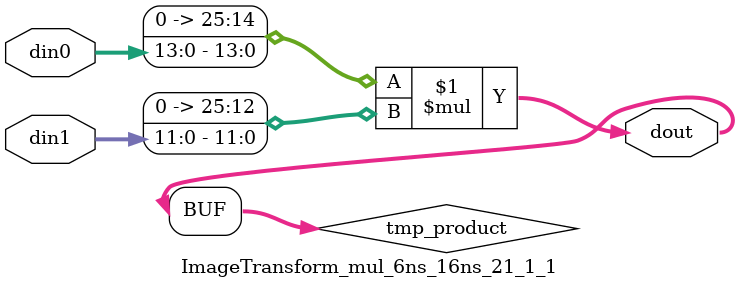
<source format=v>

`timescale 1 ns / 1 ps

  module ImageTransform_mul_6ns_16ns_21_1_1(din0, din1, dout);
parameter ID = 1;
parameter NUM_STAGE = 0;
parameter din0_WIDTH = 14;
parameter din1_WIDTH = 12;
parameter dout_WIDTH = 26;

input [din0_WIDTH - 1 : 0] din0; 
input [din1_WIDTH - 1 : 0] din1; 
output [dout_WIDTH - 1 : 0] dout;

wire signed [dout_WIDTH - 1 : 0] tmp_product;










assign tmp_product = $signed({1'b0, din0}) * $signed({1'b0, din1});











assign dout = tmp_product;







endmodule

</source>
